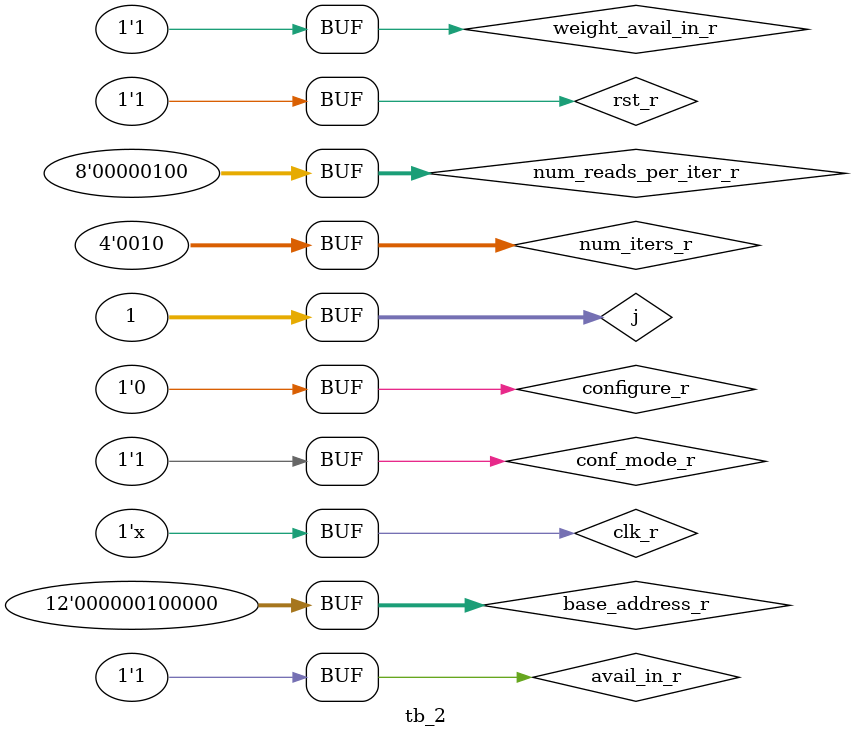
<source format=v>

`define LOG_MAX_ITERS          4
`define LOG_MAX_READS_PER_ITER 8
`define NUM_ADDRESSES          4096
`define LOG_MAX_ADDRESS        12
`define DATA_WIDTH             8
`define GROUP_SIZE             2
`define NUM_INPUTS             1
`define NUM_LANES              1
`define NUM_ITERS              2
`define NUM_OPS_PER_ITER       4

module tb_2;

  // inputs
  reg                                 clk_r;
  reg                                 rst_r;
  reg                                 configure_r;
  reg [`LOG_MAX_ITERS-1:0]            num_iters_r;
  reg [`LOG_MAX_READS_PER_ITER-1:0]   num_reads_per_iter_r;
  reg [`LOG_MAX_ADDRESS-1:0]          base_address_r;
  reg                                 conf_mode_r;
  
  reg [`NUM_LANES-1:0]                avail_in_r;
  reg [`NUM_LANES-1:0]                weight_avail_in_r;
  
  // wires between MEM and READ for activations
  wire                                read_w[`NUM_INPUTS-1:0];
  wire [`LOG_MAX_ADDRESS-1:0]         addr_read_w[`NUM_INPUTS-1:0];
  wire [(`GROUP_SIZE*`DATA_WIDTH)-1:0] data_read_w[`NUM_INPUTS-1:0];
  wire                                valid_in_w[`NUM_INPUTS-1:0];
  // wires beteen MEM and READ for weights
  wire                                weight_read_w;
  wire [`LOG_MAX_ADDRESS-1:0]         weight_addr_read_w;
  wire [(`NUM_LANES * `DATA_WIDTH)-1:0] weight_data_read_w;
  wire                                weight_valid_in_w;
 
  // wires between READ and DISTRIBUTE_IN
  wire                                valid_out_w[`NUM_INPUTS-1:0];
  wire [(`GROUP_SIZE*`DATA_WIDTH)-1:0] data_out_w[`NUM_INPUTS-1:0];
  wire [`NUM_INPUTS-1:0]              avail_in_w;
  wire                                weight_valid_out_w;
  wire [`NUM_LANES*`DATA_WIDTH-1:0]   weight_data_out_w;
  wire                                weight_avail_in_w;
  // combined inputs between READ and DISTRIBUTE_IN
  wire [`NUM_INPUTS*`GROUP_SIZE*`DATA_WIDTH-1:0]  act_data_in_w;
  wire [`NUM_INPUTS-1:0]              act_valid_in_w;

  genvar i;

  // combinational logic
  generate
    for (i=0; i<`NUM_INPUTS; i=i+1) begin
      assign act_data_in_w[((i+1)*`GROUP_SIZE*`DATA_WIDTH)-1:i*`GROUP_SIZE*`DATA_WIDTH] = data_out_w[i];
      assign act_valid_in_w[i] = valid_out_w[i];
    end
  endgenerate

  // (distribute) output wires
  wire [(`NUM_LANES * `GROUP_SIZE * `DATA_WIDTH) - 1 : 0] distribute_data_out_w;
  wire [`NUM_LANES-1:0]                   distribute_valid_out_w;
  wire [`NUM_LANES * `DATA_WIDTH - 1 : 0] distribute_weight_data_out_w;
  wire [`NUM_LANES-1:0]                   distribute_weight_valid_out_w;  

  // MEM and READ modules for activations
  generate
    for (i=0; i<`NUM_INPUTS; i=i+1) begin
      MEM #(
        .DATA_WIDTH        ( `GROUP_SIZE * `DATA_WIDTH      ),
        .NUM_ADDRESSES     ( `NUM_ADDRESSES   ),
        .LOG_MAX_ADDRESS   ( `LOG_MAX_ADDRESS )
      ) mem_activations (
        .clk               ( clk_r        ),
        .rst               ( rst_r        ),
        .data_write        ( ),
        .addr_write        ( ),
        .write             ( 1'b0            ),
        .addr_read         ( addr_read_w[i]  ),
        .read              ( read_w[i]       ),
        .data_read         ( data_read_w[i]  ),
        .valid_out         ( valid_in_w[i]   )
      );

      READ #(
        .DATA_WIDTH             ( `GROUP_SIZE * `DATA_WIDTH             ),
        .LOG_MAX_ITERS          ( `LOG_MAX_ITERS          ),
        .LOG_MAX_READS_PER_ITER ( `LOG_MAX_READS_PER_ITER ),
        .LOG_MAX_ADDRESS        ( `LOG_MAX_ADDRESS        )
      ) read_activations (
        .clk                    ( clk_r                   ),
        .rst                    ( rst_r                   ),
        .configure              ( configure_r             ),
        .num_iters              ( num_iters_r             ),
        .num_reads_per_iter     ( num_reads_per_iter_r    ),
        .base_address           ( base_address_r          ),
        .valid_in               ( valid_in_w[i]           ),
        .data_in                ( data_read_w[i]          ),
        .address_out            ( addr_read_w[i]          ),
        .request                ( read_w[i]               ),
        .avail_in               ( avail_in_w[i]           ),
        .valid_out              ( valid_out_w[i]          ),
        .data_out               ( data_out_w[i]           )
      );
    end
  endgenerate

  // MEM and READ modules for weights
  MEM #(
    .DATA_WIDTH        ( `NUM_LANES * `DATA_WIDTH             ),
    .NUM_ADDRESSES     ( `NUM_ADDRESSES          ),
    .LOG_MAX_ADDRESS   ( `LOG_MAX_ADDRESS        )
  ) mem_weights (
    .clk               ( clk_r                   ),
    .rst               ( rst_r                   ),
    .data_write        (             ),
    .addr_write        (             ),
    .write             ( 1'b0            ),
    .addr_read         ( weight_addr_read_w  ),
    .read              ( weight_read_w       ),
    .data_read         ( weight_data_read_w  ),
    .valid_out         ( weight_valid_in_w   )
  );

  READ #(
    .DATA_WIDTH             ( `NUM_LANES * `DATA_WIDTH             ),
    .LOG_MAX_ITERS          ( `LOG_MAX_ITERS          ),
    .LOG_MAX_READS_PER_ITER ( `LOG_MAX_READS_PER_ITER ),
    .LOG_MAX_ADDRESS        ( `LOG_MAX_ADDRESS        )
  ) read_weights (
    .clk                    ( clk_r                   ),
    .rst                    ( rst_r                   ),
    .configure              ( configure_r             ),
    .num_iters              ( num_iters_r             ),
    .num_reads_per_iter     ( num_reads_per_iter_r    ),
    .base_address           ( base_address_r          ),
    .valid_in               ( weight_valid_in_w      ),
    .data_in                ( weight_data_read_w     ),
    .address_out            ( weight_addr_read_w     ),
    .request                ( weight_read_w          ),
    .avail_in               ( weight_avail_in_w      ),
    .valid_out              ( weight_valid_out_w     ),
    .data_out               ( weight_data_out_w      )
  );

  // distribute module
  DISTRIBUTE_IN #(
    .NUM_DATA_INPUTS        ( `NUM_INPUTS             ),
    .GROUP_SIZE             ( `GROUP_SIZE             ),
    .DATA_WIDTH             ( `DATA_WIDTH             ),
    .NUM_DATA_OUTPUTS       ( `NUM_LANES              ),
    .LOG_MAX_ITERS          ( `LOG_MAX_ITERS          ),
    .LOG_MAX_READS_PER_ITER ( `LOG_MAX_READS_PER_ITER )
  ) distribute_in (
    .clk                    ( clk_r                   ),
    .rst                    ( rst_r                   ),
    .configure              ( configure_r             ),
    .conf_mode              ( conf_mode_r             ),
    .num_iters              ( num_iters_r             ),
    .num_reads_per_iter     ( num_reads_per_iter_r    ),
    .act_data_in            ( act_data_in_w           ),
    .act_valid_in           ( act_valid_in_w          ),
    .act_avail_out          ( avail_in_w              ),
    .weights_data_in        ( weight_data_out_w      ),
    .weights_valid_in       ( weight_valid_out_w     ),
    .weights_avail_out      ( weight_avail_in_w      ),
    .data_out               ( distribute_data_out_w              ),
    .valid_out              ( distribute_valid_out_w             ),
    .avail_in               ( avail_in_r              ),
    .weights_data_out       ( distribute_weight_data_out_w      ),
    .weights_valid_out      ( distribute_weight_valid_out_w     ),
    .weights_avail_in       ( weight_avail_in_r      )
  );


always #5 clk_r <= ~clk_r;

integer j;

initial begin
  rst_r <= 1;
  clk_r <= 0;
  configure_r <= 0;
  num_iters_r <= `NUM_ITERS;
  num_reads_per_iter_r <= `NUM_OPS_PER_ITER;
  for (j=0; j<`NUM_LANES; j=j+1) begin
    avail_in_r[j] <= 1;
    weight_avail_in_r[j] <= 1;
  end
  base_address_r <= 32;
  conf_mode_r = 1;
  
  #20 
  rst_r <= 0;

  #20 
  rst_r <= 1;

  $display("GROUP_SIZE %d NUM_INPUTS %d NUM_LANES %d NUM_ITERS %d NUM_OPS_PER_ITER %d", `GROUP_SIZE, `NUM_INPUTS, `NUM_LANES, `NUM_ITERS, `NUM_OPS_PER_ITER);

  #40 
  configure_r <= 1;

  #10
  configure_r <= 0;

  #20
  $display("no available!!!!");
  avail_in_r[0] <= 0;

  #1000
  $display("available again");
  avail_in_r[0] <= 1;

end

endmodule







</source>
